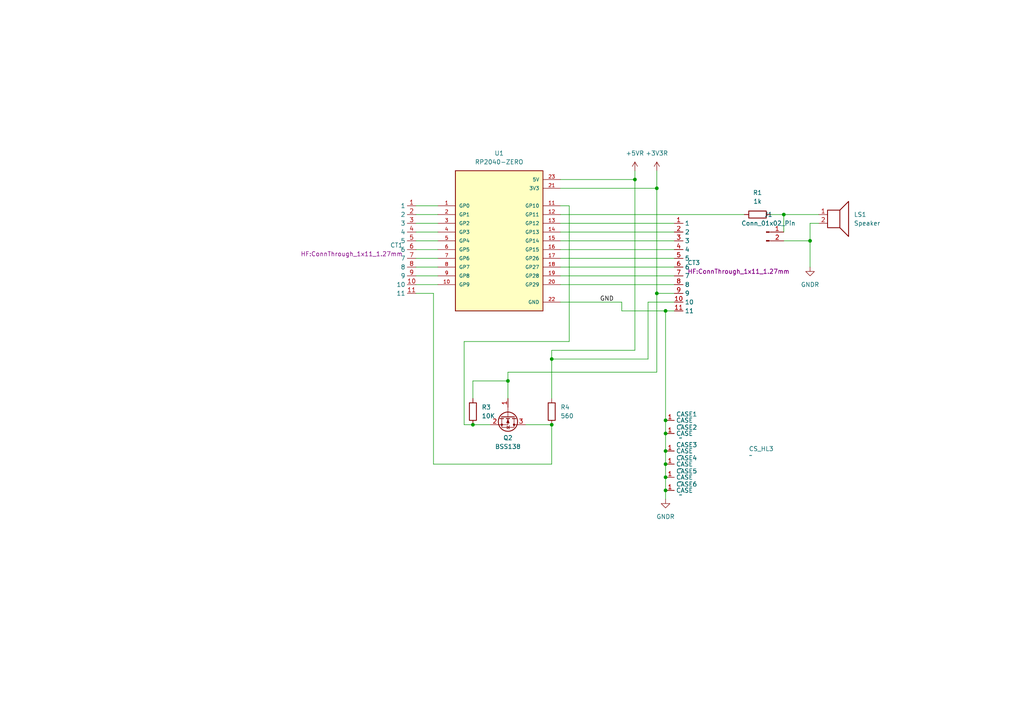
<source format=kicad_sch>
(kicad_sch
	(version 20250114)
	(generator "eeschema")
	(generator_version "9.0")
	(uuid "c1bdcb93-67c4-4fcb-9dc9-f79df2a10f2c")
	(paper "A4")
	(lib_symbols
		(symbol "Connector:Conn_01x02_Pin"
			(pin_names
				(offset 1.016)
				(hide yes)
			)
			(exclude_from_sim no)
			(in_bom yes)
			(on_board yes)
			(property "Reference" "J"
				(at 0 2.54 0)
				(effects
					(font
						(size 1.27 1.27)
					)
				)
			)
			(property "Value" "Conn_01x02_Pin"
				(at 0 -5.08 0)
				(effects
					(font
						(size 1.27 1.27)
					)
				)
			)
			(property "Footprint" ""
				(at 0 0 0)
				(effects
					(font
						(size 1.27 1.27)
					)
					(hide yes)
				)
			)
			(property "Datasheet" "~"
				(at 0 0 0)
				(effects
					(font
						(size 1.27 1.27)
					)
					(hide yes)
				)
			)
			(property "Description" "Generic connector, single row, 01x02, script generated"
				(at 0 0 0)
				(effects
					(font
						(size 1.27 1.27)
					)
					(hide yes)
				)
			)
			(property "ki_locked" ""
				(at 0 0 0)
				(effects
					(font
						(size 1.27 1.27)
					)
				)
			)
			(property "ki_keywords" "connector"
				(at 0 0 0)
				(effects
					(font
						(size 1.27 1.27)
					)
					(hide yes)
				)
			)
			(property "ki_fp_filters" "Connector*:*_1x??_*"
				(at 0 0 0)
				(effects
					(font
						(size 1.27 1.27)
					)
					(hide yes)
				)
			)
			(symbol "Conn_01x02_Pin_1_1"
				(rectangle
					(start 0.8636 0.127)
					(end 0 -0.127)
					(stroke
						(width 0.1524)
						(type default)
					)
					(fill
						(type outline)
					)
				)
				(rectangle
					(start 0.8636 -2.413)
					(end 0 -2.667)
					(stroke
						(width 0.1524)
						(type default)
					)
					(fill
						(type outline)
					)
				)
				(polyline
					(pts
						(xy 1.27 0) (xy 0.8636 0)
					)
					(stroke
						(width 0.1524)
						(type default)
					)
					(fill
						(type none)
					)
				)
				(polyline
					(pts
						(xy 1.27 -2.54) (xy 0.8636 -2.54)
					)
					(stroke
						(width 0.1524)
						(type default)
					)
					(fill
						(type none)
					)
				)
				(pin passive line
					(at 5.08 0 180)
					(length 3.81)
					(name "Pin_1"
						(effects
							(font
								(size 1.27 1.27)
							)
						)
					)
					(number "1"
						(effects
							(font
								(size 1.27 1.27)
							)
						)
					)
				)
				(pin passive line
					(at 5.08 -2.54 180)
					(length 3.81)
					(name "Pin_2"
						(effects
							(font
								(size 1.27 1.27)
							)
						)
					)
					(number "2"
						(effects
							(font
								(size 1.27 1.27)
							)
						)
					)
				)
			)
			(embedded_fonts no)
		)
		(symbol "Device:R"
			(pin_numbers
				(hide yes)
			)
			(pin_names
				(offset 0)
			)
			(exclude_from_sim no)
			(in_bom yes)
			(on_board yes)
			(property "Reference" "R"
				(at 2.032 0 90)
				(effects
					(font
						(size 1.27 1.27)
					)
				)
			)
			(property "Value" "R"
				(at 0 0 90)
				(effects
					(font
						(size 1.27 1.27)
					)
				)
			)
			(property "Footprint" ""
				(at -1.778 0 90)
				(effects
					(font
						(size 1.27 1.27)
					)
					(hide yes)
				)
			)
			(property "Datasheet" "~"
				(at 0 0 0)
				(effects
					(font
						(size 1.27 1.27)
					)
					(hide yes)
				)
			)
			(property "Description" "Resistor"
				(at 0 0 0)
				(effects
					(font
						(size 1.27 1.27)
					)
					(hide yes)
				)
			)
			(property "ki_keywords" "R res resistor"
				(at 0 0 0)
				(effects
					(font
						(size 1.27 1.27)
					)
					(hide yes)
				)
			)
			(property "ki_fp_filters" "R_*"
				(at 0 0 0)
				(effects
					(font
						(size 1.27 1.27)
					)
					(hide yes)
				)
			)
			(symbol "R_0_1"
				(rectangle
					(start -1.016 -2.54)
					(end 1.016 2.54)
					(stroke
						(width 0.254)
						(type default)
					)
					(fill
						(type none)
					)
				)
			)
			(symbol "R_1_1"
				(pin passive line
					(at 0 3.81 270)
					(length 1.27)
					(name "~"
						(effects
							(font
								(size 1.27 1.27)
							)
						)
					)
					(number "1"
						(effects
							(font
								(size 1.27 1.27)
							)
						)
					)
				)
				(pin passive line
					(at 0 -3.81 90)
					(length 1.27)
					(name "~"
						(effects
							(font
								(size 1.27 1.27)
							)
						)
					)
					(number "2"
						(effects
							(font
								(size 1.27 1.27)
							)
						)
					)
				)
			)
			(embedded_fonts no)
		)
		(symbol "Device:Speaker"
			(pin_names
				(offset 0)
				(hide yes)
			)
			(exclude_from_sim no)
			(in_bom yes)
			(on_board yes)
			(property "Reference" "LS"
				(at 1.27 5.715 0)
				(effects
					(font
						(size 1.27 1.27)
					)
					(justify right)
				)
			)
			(property "Value" "Speaker"
				(at 1.27 3.81 0)
				(effects
					(font
						(size 1.27 1.27)
					)
					(justify right)
				)
			)
			(property "Footprint" ""
				(at 0 -5.08 0)
				(effects
					(font
						(size 1.27 1.27)
					)
					(hide yes)
				)
			)
			(property "Datasheet" "~"
				(at -0.254 -1.27 0)
				(effects
					(font
						(size 1.27 1.27)
					)
					(hide yes)
				)
			)
			(property "Description" "Speaker"
				(at 0 0 0)
				(effects
					(font
						(size 1.27 1.27)
					)
					(hide yes)
				)
			)
			(property "ki_keywords" "speaker sound"
				(at 0 0 0)
				(effects
					(font
						(size 1.27 1.27)
					)
					(hide yes)
				)
			)
			(symbol "Speaker_0_0"
				(rectangle
					(start -2.54 1.27)
					(end 1.016 -3.81)
					(stroke
						(width 0.254)
						(type default)
					)
					(fill
						(type none)
					)
				)
				(polyline
					(pts
						(xy 1.016 1.27) (xy 3.556 3.81) (xy 3.556 -6.35) (xy 1.016 -3.81)
					)
					(stroke
						(width 0.254)
						(type default)
					)
					(fill
						(type none)
					)
				)
			)
			(symbol "Speaker_1_1"
				(pin input line
					(at -5.08 0 0)
					(length 2.54)
					(name "1"
						(effects
							(font
								(size 1.27 1.27)
							)
						)
					)
					(number "1"
						(effects
							(font
								(size 1.27 1.27)
							)
						)
					)
				)
				(pin input line
					(at -5.08 -2.54 0)
					(length 2.54)
					(name "2"
						(effects
							(font
								(size 1.27 1.27)
							)
						)
					)
					(number "2"
						(effects
							(font
								(size 1.27 1.27)
							)
						)
					)
				)
			)
			(embedded_fonts no)
		)
		(symbol "HF:ConThr_1x11"
			(exclude_from_sim no)
			(in_bom yes)
			(on_board yes)
			(property "Reference" "CT"
				(at 0 1.27 0)
				(effects
					(font
						(size 1.27 1.27)
					)
				)
			)
			(property "Value" ""
				(at 0 0 0)
				(effects
					(font
						(size 1.27 1.27)
					)
					(hide yes)
				)
			)
			(property "Footprint" "HF:ConnThrough_1x11_1.27mm"
				(at 0 0 0)
				(effects
					(font
						(size 1.27 1.27)
					)
				)
			)
			(property "Datasheet" ""
				(at 0 0 0)
				(effects
					(font
						(size 1.27 1.27)
					)
					(hide yes)
				)
			)
			(property "Description" ""
				(at 0 0 0)
				(effects
					(font
						(size 1.27 1.27)
					)
					(hide yes)
				)
			)
			(symbol "ConThr_1x11_1_1"
				(pin passive line
					(at -1.27 -2.54 0)
					(length 2.54)
					(name "1"
						(effects
							(font
								(size 1.27 1.27)
							)
						)
					)
					(number "1"
						(effects
							(font
								(size 1.27 1.27)
							)
						)
					)
				)
				(pin passive line
					(at -1.27 -5.08 0)
					(length 2.54)
					(name "2"
						(effects
							(font
								(size 1.27 1.27)
							)
						)
					)
					(number "2"
						(effects
							(font
								(size 1.27 1.27)
							)
						)
					)
				)
				(pin passive line
					(at -1.27 -7.62 0)
					(length 2.54)
					(name "3"
						(effects
							(font
								(size 1.27 1.27)
							)
						)
					)
					(number "3"
						(effects
							(font
								(size 1.27 1.27)
							)
						)
					)
				)
				(pin passive line
					(at -1.27 -10.16 0)
					(length 2.54)
					(name "4"
						(effects
							(font
								(size 1.27 1.27)
							)
						)
					)
					(number "4"
						(effects
							(font
								(size 1.27 1.27)
							)
						)
					)
				)
				(pin passive line
					(at -1.27 -12.7 0)
					(length 2.54)
					(name "5"
						(effects
							(font
								(size 1.27 1.27)
							)
						)
					)
					(number "5"
						(effects
							(font
								(size 1.27 1.27)
							)
						)
					)
				)
				(pin passive line
					(at -1.27 -15.24 0)
					(length 2.54)
					(name "6"
						(effects
							(font
								(size 1.27 1.27)
							)
						)
					)
					(number "6"
						(effects
							(font
								(size 1.27 1.27)
							)
						)
					)
				)
				(pin passive line
					(at -1.27 -17.78 0)
					(length 2.54)
					(name "7"
						(effects
							(font
								(size 1.27 1.27)
							)
						)
					)
					(number "7"
						(effects
							(font
								(size 1.27 1.27)
							)
						)
					)
				)
				(pin passive line
					(at -1.27 -20.32 0)
					(length 2.54)
					(name "8"
						(effects
							(font
								(size 1.27 1.27)
							)
						)
					)
					(number "8"
						(effects
							(font
								(size 1.27 1.27)
							)
						)
					)
				)
				(pin passive line
					(at -1.27 -22.86 0)
					(length 2.54)
					(name "9"
						(effects
							(font
								(size 1.27 1.27)
							)
						)
					)
					(number "9"
						(effects
							(font
								(size 1.27 1.27)
							)
						)
					)
				)
				(pin passive line
					(at -1.27 -25.4 0)
					(length 2.54)
					(name "10"
						(effects
							(font
								(size 1.27 1.27)
							)
						)
					)
					(number "10"
						(effects
							(font
								(size 1.27 1.27)
							)
						)
					)
				)
				(pin passive line
					(at -1.27 -27.94 0)
					(length 2.54)
					(name "11"
						(effects
							(font
								(size 1.27 1.27)
							)
						)
					)
					(number "11"
						(effects
							(font
								(size 1.27 1.27)
							)
						)
					)
				)
			)
			(embedded_fonts no)
		)
		(symbol "HF:gh60_case1"
			(exclude_from_sim no)
			(in_bom yes)
			(on_board yes)
			(property "Reference" "CASE1"
				(at 0 2.54 0)
				(effects
					(font
						(size 1.27 1.27)
					)
				)
			)
			(property "Value" ""
				(at 0 0 0)
				(effects
					(font
						(size 1.27 1.27)
					)
				)
			)
			(property "Footprint" "HF:gh60_hole1"
				(at 0.508 -2.032 0)
				(effects
					(font
						(size 1.27 1.27)
					)
					(hide yes)
				)
			)
			(property "Datasheet" ""
				(at 0 0 0)
				(effects
					(font
						(size 1.27 1.27)
					)
					(hide yes)
				)
			)
			(property "Description" ""
				(at 0 0 0)
				(effects
					(font
						(size 1.27 1.27)
					)
					(hide yes)
				)
			)
			(symbol "gh60_case1_1_1"
				(pin passive line
					(at 0 0 0)
					(length 2.54)
					(name "CASE"
						(effects
							(font
								(size 1.27 1.27)
							)
						)
					)
					(number "1"
						(effects
							(font
								(size 1.27 1.27)
							)
						)
					)
				)
			)
			(embedded_fonts no)
		)
		(symbol "HF:gh60_case2"
			(exclude_from_sim no)
			(in_bom yes)
			(on_board yes)
			(property "Reference" "CASE2"
				(at 5.08 2.54 0)
				(effects
					(font
						(size 1.27 1.27)
					)
				)
			)
			(property "Value" ""
				(at 5.08 1.27 0)
				(effects
					(font
						(size 1.27 1.27)
					)
				)
			)
			(property "Footprint" "HF:gh60_hole2"
				(at 5.08 1.27 0)
				(effects
					(font
						(size 1.27 1.27)
					)
					(hide yes)
				)
			)
			(property "Datasheet" ""
				(at 5.08 1.27 0)
				(effects
					(font
						(size 1.27 1.27)
					)
					(hide yes)
				)
			)
			(property "Description" ""
				(at 5.08 1.27 0)
				(effects
					(font
						(size 1.27 1.27)
					)
					(hide yes)
				)
			)
			(symbol "gh60_case2_1_1"
				(pin passive line
					(at 0 0 0)
					(length 2.54)
					(name "CASE"
						(effects
							(font
								(size 1.27 1.27)
							)
						)
					)
					(number "1"
						(effects
							(font
								(size 1.27 1.27)
							)
						)
					)
				)
			)
			(embedded_fonts no)
		)
		(symbol "HF:gh60_case2_guard"
			(exclude_from_sim no)
			(in_bom yes)
			(on_board yes)
			(property "Reference" "CS_HL2"
				(at 5.08 2.54 0)
				(effects
					(font
						(size 1.27 1.27)
					)
				)
			)
			(property "Value" ""
				(at 5.08 1.27 0)
				(effects
					(font
						(size 1.27 1.27)
					)
				)
			)
			(property "Footprint" "HF:gh60_hole2_guard"
				(at 5.08 1.27 0)
				(effects
					(font
						(size 1.27 1.27)
					)
					(hide yes)
				)
			)
			(property "Datasheet" ""
				(at 5.08 1.27 0)
				(effects
					(font
						(size 1.27 1.27)
					)
					(hide yes)
				)
			)
			(property "Description" ""
				(at 5.08 1.27 0)
				(effects
					(font
						(size 1.27 1.27)
					)
					(hide yes)
				)
			)
			(embedded_fonts no)
		)
		(symbol "RP2040-ZERO:RP2040-ZERO"
			(pin_names
				(offset 1.016)
			)
			(exclude_from_sim no)
			(in_bom yes)
			(on_board yes)
			(property "Reference" "U"
				(at -12.7 21.082 0)
				(effects
					(font
						(size 1.27 1.27)
					)
					(justify left bottom)
				)
			)
			(property "Value" "RP2040-ZERO"
				(at -12.7 -22.86 0)
				(effects
					(font
						(size 1.27 1.27)
					)
					(justify left bottom)
				)
			)
			(property "Footprint" "RP2040-ZERO:MODULE_RP2040-ZERO"
				(at 0 0 0)
				(effects
					(font
						(size 1.27 1.27)
					)
					(justify bottom)
					(hide yes)
				)
			)
			(property "Datasheet" ""
				(at 0 0 0)
				(effects
					(font
						(size 1.27 1.27)
					)
					(hide yes)
				)
			)
			(property "Description" ""
				(at 0 0 0)
				(effects
					(font
						(size 1.27 1.27)
					)
					(hide yes)
				)
			)
			(property "MF" "Waveshare Electronics"
				(at 0 0 0)
				(effects
					(font
						(size 1.27 1.27)
					)
					(justify bottom)
					(hide yes)
				)
			)
			(property "MAXIMUM_PACKAGE_HEIGHT" "5.35mm"
				(at 0 0 0)
				(effects
					(font
						(size 1.27 1.27)
					)
					(justify bottom)
					(hide yes)
				)
			)
			(property "Package" "Package"
				(at 0 0 0)
				(effects
					(font
						(size 1.27 1.27)
					)
					(justify bottom)
					(hide yes)
				)
			)
			(property "Price" "None"
				(at 0 0 0)
				(effects
					(font
						(size 1.27 1.27)
					)
					(justify bottom)
					(hide yes)
				)
			)
			(property "Check_prices" "https://www.snapeda.com/parts/RP2040-ZERO/Waveshare+Electronics/view-part/?ref=eda"
				(at 0 0 0)
				(effects
					(font
						(size 1.27 1.27)
					)
					(justify bottom)
					(hide yes)
				)
			)
			(property "STANDARD" "Manufacturer Recommendations"
				(at 0 0 0)
				(effects
					(font
						(size 1.27 1.27)
					)
					(justify bottom)
					(hide yes)
				)
			)
			(property "PARTREV" "NA"
				(at 0 0 0)
				(effects
					(font
						(size 1.27 1.27)
					)
					(justify bottom)
					(hide yes)
				)
			)
			(property "SnapEDA_Link" "https://www.snapeda.com/parts/RP2040-ZERO/Waveshare+Electronics/view-part/?ref=snap"
				(at 0 0 0)
				(effects
					(font
						(size 1.27 1.27)
					)
					(justify bottom)
					(hide yes)
				)
			)
			(property "MP" "RP2040-ZERO"
				(at 0 0 0)
				(effects
					(font
						(size 1.27 1.27)
					)
					(justify bottom)
					(hide yes)
				)
			)
			(property "Description_1" "\n                        \n                            Low-Cost, High-Performance Pico-Like MCU Board Based On Raspberry Pi Microcontroller RP2040\n                        \n"
				(at 0 0 0)
				(effects
					(font
						(size 1.27 1.27)
					)
					(justify bottom)
					(hide yes)
				)
			)
			(property "Availability" "Not in stock"
				(at 0 0 0)
				(effects
					(font
						(size 1.27 1.27)
					)
					(justify bottom)
					(hide yes)
				)
			)
			(property "MANUFACTURER" "Waveshare"
				(at 0 0 0)
				(effects
					(font
						(size 1.27 1.27)
					)
					(justify bottom)
					(hide yes)
				)
			)
			(symbol "RP2040-ZERO_0_0"
				(rectangle
					(start -12.7 -20.32)
					(end 12.7 20.32)
					(stroke
						(width 0.254)
						(type default)
					)
					(fill
						(type background)
					)
				)
				(pin bidirectional line
					(at -17.78 10.16 0)
					(length 5.08)
					(name "GP0"
						(effects
							(font
								(size 1.016 1.016)
							)
						)
					)
					(number "1"
						(effects
							(font
								(size 1.016 1.016)
							)
						)
					)
				)
				(pin bidirectional line
					(at -17.78 7.62 0)
					(length 5.08)
					(name "GP1"
						(effects
							(font
								(size 1.016 1.016)
							)
						)
					)
					(number "2"
						(effects
							(font
								(size 1.016 1.016)
							)
						)
					)
				)
				(pin bidirectional line
					(at -17.78 5.08 0)
					(length 5.08)
					(name "GP2"
						(effects
							(font
								(size 1.016 1.016)
							)
						)
					)
					(number "3"
						(effects
							(font
								(size 1.016 1.016)
							)
						)
					)
				)
				(pin bidirectional line
					(at -17.78 2.54 0)
					(length 5.08)
					(name "GP3"
						(effects
							(font
								(size 1.016 1.016)
							)
						)
					)
					(number "4"
						(effects
							(font
								(size 1.016 1.016)
							)
						)
					)
				)
				(pin bidirectional line
					(at -17.78 0 0)
					(length 5.08)
					(name "GP4"
						(effects
							(font
								(size 1.016 1.016)
							)
						)
					)
					(number "5"
						(effects
							(font
								(size 1.016 1.016)
							)
						)
					)
				)
				(pin bidirectional line
					(at -17.78 -2.54 0)
					(length 5.08)
					(name "GP5"
						(effects
							(font
								(size 1.016 1.016)
							)
						)
					)
					(number "6"
						(effects
							(font
								(size 1.016 1.016)
							)
						)
					)
				)
				(pin bidirectional line
					(at -17.78 -5.08 0)
					(length 5.08)
					(name "GP6"
						(effects
							(font
								(size 1.016 1.016)
							)
						)
					)
					(number "7"
						(effects
							(font
								(size 1.016 1.016)
							)
						)
					)
				)
				(pin bidirectional line
					(at -17.78 -7.62 0)
					(length 5.08)
					(name "GP7"
						(effects
							(font
								(size 1.016 1.016)
							)
						)
					)
					(number "8"
						(effects
							(font
								(size 1.016 1.016)
							)
						)
					)
				)
				(pin bidirectional line
					(at -17.78 -10.16 0)
					(length 5.08)
					(name "GP8"
						(effects
							(font
								(size 1.016 1.016)
							)
						)
					)
					(number "9"
						(effects
							(font
								(size 1.016 1.016)
							)
						)
					)
				)
				(pin bidirectional line
					(at -17.78 -12.7 0)
					(length 5.08)
					(name "GP9"
						(effects
							(font
								(size 1.016 1.016)
							)
						)
					)
					(number "10"
						(effects
							(font
								(size 1.016 1.016)
							)
						)
					)
				)
				(pin power_in line
					(at 17.78 17.78 180)
					(length 5.08)
					(name "5V"
						(effects
							(font
								(size 1.016 1.016)
							)
						)
					)
					(number "23"
						(effects
							(font
								(size 1.016 1.016)
							)
						)
					)
				)
				(pin power_in line
					(at 17.78 15.24 180)
					(length 5.08)
					(name "3V3"
						(effects
							(font
								(size 1.016 1.016)
							)
						)
					)
					(number "21"
						(effects
							(font
								(size 1.016 1.016)
							)
						)
					)
				)
				(pin bidirectional line
					(at 17.78 10.16 180)
					(length 5.08)
					(name "GP10"
						(effects
							(font
								(size 1.016 1.016)
							)
						)
					)
					(number "11"
						(effects
							(font
								(size 1.016 1.016)
							)
						)
					)
				)
				(pin bidirectional line
					(at 17.78 7.62 180)
					(length 5.08)
					(name "GP11"
						(effects
							(font
								(size 1.016 1.016)
							)
						)
					)
					(number "12"
						(effects
							(font
								(size 1.016 1.016)
							)
						)
					)
				)
				(pin bidirectional line
					(at 17.78 5.08 180)
					(length 5.08)
					(name "GP12"
						(effects
							(font
								(size 1.016 1.016)
							)
						)
					)
					(number "13"
						(effects
							(font
								(size 1.016 1.016)
							)
						)
					)
				)
				(pin bidirectional line
					(at 17.78 2.54 180)
					(length 5.08)
					(name "GP13"
						(effects
							(font
								(size 1.016 1.016)
							)
						)
					)
					(number "14"
						(effects
							(font
								(size 1.016 1.016)
							)
						)
					)
				)
				(pin bidirectional line
					(at 17.78 0 180)
					(length 5.08)
					(name "GP14"
						(effects
							(font
								(size 1.016 1.016)
							)
						)
					)
					(number "15"
						(effects
							(font
								(size 1.016 1.016)
							)
						)
					)
				)
				(pin bidirectional line
					(at 17.78 -2.54 180)
					(length 5.08)
					(name "GP15"
						(effects
							(font
								(size 1.016 1.016)
							)
						)
					)
					(number "16"
						(effects
							(font
								(size 1.016 1.016)
							)
						)
					)
				)
				(pin bidirectional line
					(at 17.78 -5.08 180)
					(length 5.08)
					(name "GP26"
						(effects
							(font
								(size 1.016 1.016)
							)
						)
					)
					(number "17"
						(effects
							(font
								(size 1.016 1.016)
							)
						)
					)
				)
				(pin bidirectional line
					(at 17.78 -7.62 180)
					(length 5.08)
					(name "GP27"
						(effects
							(font
								(size 1.016 1.016)
							)
						)
					)
					(number "18"
						(effects
							(font
								(size 1.016 1.016)
							)
						)
					)
				)
				(pin bidirectional line
					(at 17.78 -10.16 180)
					(length 5.08)
					(name "GP28"
						(effects
							(font
								(size 1.016 1.016)
							)
						)
					)
					(number "19"
						(effects
							(font
								(size 1.016 1.016)
							)
						)
					)
				)
				(pin bidirectional line
					(at 17.78 -12.7 180)
					(length 5.08)
					(name "GP29"
						(effects
							(font
								(size 1.016 1.016)
							)
						)
					)
					(number "20"
						(effects
							(font
								(size 1.016 1.016)
							)
						)
					)
				)
				(pin power_in line
					(at 17.78 -17.78 180)
					(length 5.08)
					(name "GND"
						(effects
							(font
								(size 1.016 1.016)
							)
						)
					)
					(number "22"
						(effects
							(font
								(size 1.016 1.016)
							)
						)
					)
				)
			)
			(embedded_fonts no)
		)
		(symbol "Transistor_FET:BSS138"
			(pin_names
				(hide yes)
			)
			(exclude_from_sim no)
			(in_bom yes)
			(on_board yes)
			(property "Reference" "Q"
				(at 5.08 1.905 0)
				(effects
					(font
						(size 1.27 1.27)
					)
					(justify left)
				)
			)
			(property "Value" "BSS138"
				(at 5.08 0 0)
				(effects
					(font
						(size 1.27 1.27)
					)
					(justify left)
				)
			)
			(property "Footprint" "Package_TO_SOT_SMD:SOT-23"
				(at 5.08 -1.905 0)
				(effects
					(font
						(size 1.27 1.27)
						(italic yes)
					)
					(justify left)
					(hide yes)
				)
			)
			(property "Datasheet" "https://www.onsemi.com/pub/Collateral/BSS138-D.PDF"
				(at 5.08 -3.81 0)
				(effects
					(font
						(size 1.27 1.27)
					)
					(justify left)
					(hide yes)
				)
			)
			(property "Description" "50V Vds, 0.22A Id, N-Channel MOSFET, SOT-23"
				(at 0 0 0)
				(effects
					(font
						(size 1.27 1.27)
					)
					(hide yes)
				)
			)
			(property "ki_keywords" "N-Channel MOSFET"
				(at 0 0 0)
				(effects
					(font
						(size 1.27 1.27)
					)
					(hide yes)
				)
			)
			(property "ki_fp_filters" "SOT?23*"
				(at 0 0 0)
				(effects
					(font
						(size 1.27 1.27)
					)
					(hide yes)
				)
			)
			(symbol "BSS138_0_1"
				(polyline
					(pts
						(xy 0.254 1.905) (xy 0.254 -1.905)
					)
					(stroke
						(width 0.254)
						(type default)
					)
					(fill
						(type none)
					)
				)
				(polyline
					(pts
						(xy 0.254 0) (xy -2.54 0)
					)
					(stroke
						(width 0)
						(type default)
					)
					(fill
						(type none)
					)
				)
				(polyline
					(pts
						(xy 0.762 2.286) (xy 0.762 1.27)
					)
					(stroke
						(width 0.254)
						(type default)
					)
					(fill
						(type none)
					)
				)
				(polyline
					(pts
						(xy 0.762 0.508) (xy 0.762 -0.508)
					)
					(stroke
						(width 0.254)
						(type default)
					)
					(fill
						(type none)
					)
				)
				(polyline
					(pts
						(xy 0.762 -1.27) (xy 0.762 -2.286)
					)
					(stroke
						(width 0.254)
						(type default)
					)
					(fill
						(type none)
					)
				)
				(polyline
					(pts
						(xy 0.762 -1.778) (xy 3.302 -1.778) (xy 3.302 1.778) (xy 0.762 1.778)
					)
					(stroke
						(width 0)
						(type default)
					)
					(fill
						(type none)
					)
				)
				(polyline
					(pts
						(xy 1.016 0) (xy 2.032 0.381) (xy 2.032 -0.381) (xy 1.016 0)
					)
					(stroke
						(width 0)
						(type default)
					)
					(fill
						(type outline)
					)
				)
				(circle
					(center 1.651 0)
					(radius 2.794)
					(stroke
						(width 0.254)
						(type default)
					)
					(fill
						(type none)
					)
				)
				(polyline
					(pts
						(xy 2.54 2.54) (xy 2.54 1.778)
					)
					(stroke
						(width 0)
						(type default)
					)
					(fill
						(type none)
					)
				)
				(circle
					(center 2.54 1.778)
					(radius 0.254)
					(stroke
						(width 0)
						(type default)
					)
					(fill
						(type outline)
					)
				)
				(circle
					(center 2.54 -1.778)
					(radius 0.254)
					(stroke
						(width 0)
						(type default)
					)
					(fill
						(type outline)
					)
				)
				(polyline
					(pts
						(xy 2.54 -2.54) (xy 2.54 0) (xy 0.762 0)
					)
					(stroke
						(width 0)
						(type default)
					)
					(fill
						(type none)
					)
				)
				(polyline
					(pts
						(xy 2.794 0.508) (xy 2.921 0.381) (xy 3.683 0.381) (xy 3.81 0.254)
					)
					(stroke
						(width 0)
						(type default)
					)
					(fill
						(type none)
					)
				)
				(polyline
					(pts
						(xy 3.302 0.381) (xy 2.921 -0.254) (xy 3.683 -0.254) (xy 3.302 0.381)
					)
					(stroke
						(width 0)
						(type default)
					)
					(fill
						(type none)
					)
				)
			)
			(symbol "BSS138_1_1"
				(pin input line
					(at -5.08 0 0)
					(length 2.54)
					(name "G"
						(effects
							(font
								(size 1.27 1.27)
							)
						)
					)
					(number "1"
						(effects
							(font
								(size 1.27 1.27)
							)
						)
					)
				)
				(pin passive line
					(at 2.54 5.08 270)
					(length 2.54)
					(name "D"
						(effects
							(font
								(size 1.27 1.27)
							)
						)
					)
					(number "3"
						(effects
							(font
								(size 1.27 1.27)
							)
						)
					)
				)
				(pin passive line
					(at 2.54 -5.08 90)
					(length 2.54)
					(name "S"
						(effects
							(font
								(size 1.27 1.27)
							)
						)
					)
					(number "2"
						(effects
							(font
								(size 1.27 1.27)
							)
						)
					)
				)
			)
			(embedded_fonts no)
		)
		(symbol "kbd:+3V3R"
			(power)
			(pin_names
				(offset 0)
			)
			(exclude_from_sim no)
			(in_bom yes)
			(on_board yes)
			(property "Reference" "#PWR"
				(at 0 -3.81 0)
				(effects
					(font
						(size 1.27 1.27)
					)
					(hide yes)
				)
			)
			(property "Value" "+3V3R"
				(at 0 3.556 0)
				(effects
					(font
						(size 1.27 1.27)
					)
				)
			)
			(property "Footprint" ""
				(at 0 0 0)
				(effects
					(font
						(size 1.27 1.27)
					)
					(hide yes)
				)
			)
			(property "Datasheet" ""
				(at 0 0 0)
				(effects
					(font
						(size 1.27 1.27)
					)
					(hide yes)
				)
			)
			(property "Description" "Power symbol creates a global label with name \"+3V3\""
				(at 0 0 0)
				(effects
					(font
						(size 1.27 1.27)
					)
					(hide yes)
				)
			)
			(property "ki_keywords" "global power"
				(at 0 0 0)
				(effects
					(font
						(size 1.27 1.27)
					)
					(hide yes)
				)
			)
			(symbol "+3V3R_0_1"
				(polyline
					(pts
						(xy -0.762 1.27) (xy 0 2.54)
					)
					(stroke
						(width 0)
						(type default)
					)
					(fill
						(type none)
					)
				)
				(polyline
					(pts
						(xy 0 2.54) (xy 0.762 1.27)
					)
					(stroke
						(width 0)
						(type default)
					)
					(fill
						(type none)
					)
				)
				(polyline
					(pts
						(xy 0 0) (xy 0 2.54)
					)
					(stroke
						(width 0)
						(type default)
					)
					(fill
						(type none)
					)
				)
			)
			(symbol "+3V3R_1_1"
				(pin power_in line
					(at 0 0 90)
					(length 0)
					(hide yes)
					(name "+3V3R"
						(effects
							(font
								(size 1.27 1.27)
							)
						)
					)
					(number "1"
						(effects
							(font
								(size 1.27 1.27)
							)
						)
					)
				)
			)
			(embedded_fonts no)
		)
		(symbol "kbd:+5VR"
			(power)
			(pin_names
				(offset 0)
			)
			(exclude_from_sim no)
			(in_bom yes)
			(on_board yes)
			(property "Reference" "#PWR"
				(at 0 -3.81 0)
				(effects
					(font
						(size 1.27 1.27)
					)
					(hide yes)
				)
			)
			(property "Value" "+5VR"
				(at 0 3.556 0)
				(effects
					(font
						(size 1.27 1.27)
					)
				)
			)
			(property "Footprint" ""
				(at 0 0 0)
				(effects
					(font
						(size 1.27 1.27)
					)
					(hide yes)
				)
			)
			(property "Datasheet" ""
				(at 0 0 0)
				(effects
					(font
						(size 1.27 1.27)
					)
					(hide yes)
				)
			)
			(property "Description" "Power symbol creates a global label with name \"+5V\""
				(at 0 0 0)
				(effects
					(font
						(size 1.27 1.27)
					)
					(hide yes)
				)
			)
			(property "ki_keywords" "global power"
				(at 0 0 0)
				(effects
					(font
						(size 1.27 1.27)
					)
					(hide yes)
				)
			)
			(symbol "+5VR_0_1"
				(polyline
					(pts
						(xy -0.762 1.27) (xy 0 2.54)
					)
					(stroke
						(width 0)
						(type default)
					)
					(fill
						(type none)
					)
				)
				(polyline
					(pts
						(xy 0 2.54) (xy 0.762 1.27)
					)
					(stroke
						(width 0)
						(type default)
					)
					(fill
						(type none)
					)
				)
				(polyline
					(pts
						(xy 0 0) (xy 0 2.54)
					)
					(stroke
						(width 0)
						(type default)
					)
					(fill
						(type none)
					)
				)
			)
			(symbol "+5VR_1_1"
				(pin power_in line
					(at 0 0 90)
					(length 0)
					(hide yes)
					(name "+5VR"
						(effects
							(font
								(size 1.27 1.27)
							)
						)
					)
					(number "1"
						(effects
							(font
								(size 1.27 1.27)
							)
						)
					)
				)
			)
			(embedded_fonts no)
		)
		(symbol "kbd:GNDR"
			(power)
			(pin_names
				(offset 0)
			)
			(exclude_from_sim no)
			(in_bom yes)
			(on_board yes)
			(property "Reference" "#PWR"
				(at 0 -6.35 0)
				(effects
					(font
						(size 1.27 1.27)
					)
					(hide yes)
				)
			)
			(property "Value" "GNDR"
				(at 0 -3.81 0)
				(effects
					(font
						(size 1.27 1.27)
					)
				)
			)
			(property "Footprint" ""
				(at 0 0 0)
				(effects
					(font
						(size 1.27 1.27)
					)
					(hide yes)
				)
			)
			(property "Datasheet" ""
				(at 0 0 0)
				(effects
					(font
						(size 1.27 1.27)
					)
					(hide yes)
				)
			)
			(property "Description" "Power symbol creates a global label with name \"GND\" , ground"
				(at 0 0 0)
				(effects
					(font
						(size 1.27 1.27)
					)
					(hide yes)
				)
			)
			(property "ki_keywords" "global power"
				(at 0 0 0)
				(effects
					(font
						(size 1.27 1.27)
					)
					(hide yes)
				)
			)
			(symbol "GNDR_0_1"
				(polyline
					(pts
						(xy 0 0) (xy 0 -1.27) (xy 1.27 -1.27) (xy 0 -2.54) (xy -1.27 -1.27) (xy 0 -1.27)
					)
					(stroke
						(width 0)
						(type default)
					)
					(fill
						(type none)
					)
				)
			)
			(symbol "GNDR_1_1"
				(pin power_in line
					(at 0 0 270)
					(length 0)
					(hide yes)
					(name "GNDR"
						(effects
							(font
								(size 1.27 1.27)
							)
						)
					)
					(number "1"
						(effects
							(font
								(size 1.27 1.27)
							)
						)
					)
				)
			)
			(embedded_fonts no)
		)
	)
	(junction
		(at 193.04 130.81)
		(diameter 0)
		(color 0 0 0 0)
		(uuid "06b3245b-63e6-4c29-8f78-e4b6a82110c1")
	)
	(junction
		(at 184.15 52.07)
		(diameter 0)
		(color 0 0 0 0)
		(uuid "1789b964-f532-4d52-a21d-e681e4c96e35")
	)
	(junction
		(at 160.02 104.14)
		(diameter 0)
		(color 0 0 0 0)
		(uuid "1d680f1d-6bce-40b0-acc3-3951a7c00923")
	)
	(junction
		(at 137.16 123.19)
		(diameter 0)
		(color 0 0 0 0)
		(uuid "36dff33f-1645-4d13-917f-76fa4f001c6d")
	)
	(junction
		(at 234.95 69.85)
		(diameter 0)
		(color 0 0 0 0)
		(uuid "533b1a92-57b9-487c-8f24-7ef5b121446a")
	)
	(junction
		(at 190.5 85.09)
		(diameter 0)
		(color 0 0 0 0)
		(uuid "57e5378e-0fc0-41ac-a7ad-7617e4f88be5")
	)
	(junction
		(at 193.04 134.62)
		(diameter 0)
		(color 0 0 0 0)
		(uuid "6b902894-ef62-4474-b328-d72425921ad9")
	)
	(junction
		(at 193.04 121.92)
		(diameter 0)
		(color 0 0 0 0)
		(uuid "736b8bd8-ce3f-42ee-95c3-e3be38e00ccf")
	)
	(junction
		(at 190.5 54.61)
		(diameter 0)
		(color 0 0 0 0)
		(uuid "83fac855-edf2-4337-badf-81139374d001")
	)
	(junction
		(at 193.04 138.43)
		(diameter 0)
		(color 0 0 0 0)
		(uuid "86d09aa0-caf6-4968-b662-d4d4ac5cd42a")
	)
	(junction
		(at 193.04 90.17)
		(diameter 0)
		(color 0 0 0 0)
		(uuid "8853029d-d3b8-4063-ba21-ec6802b3c8e9")
	)
	(junction
		(at 147.32 110.49)
		(diameter 0)
		(color 0 0 0 0)
		(uuid "bab59e22-4cdb-4650-bc80-6a149f90b637")
	)
	(junction
		(at 193.04 125.73)
		(diameter 0)
		(color 0 0 0 0)
		(uuid "c63ce09c-74bb-436d-8ff6-1e6dcf136256")
	)
	(junction
		(at 227.33 62.23)
		(diameter 0)
		(color 0 0 0 0)
		(uuid "d56c9deb-b510-437b-8320-3f94345be079")
	)
	(junction
		(at 193.04 142.24)
		(diameter 0)
		(color 0 0 0 0)
		(uuid "db53f884-ceb3-4ebc-bc80-4b3604061862")
	)
	(junction
		(at 160.02 123.19)
		(diameter 0)
		(color 0 0 0 0)
		(uuid "e1a1c250-66ff-4947-8238-a361cfff1c60")
	)
	(wire
		(pts
			(xy 147.32 110.49) (xy 147.32 115.57)
		)
		(stroke
			(width 0)
			(type default)
		)
		(uuid "05972377-7d43-4aff-b874-b2f5759a47ff")
	)
	(wire
		(pts
			(xy 162.56 72.39) (xy 195.58 72.39)
		)
		(stroke
			(width 0)
			(type default)
		)
		(uuid "06f39338-e492-4ada-b941-17dbd6e2a29a")
	)
	(wire
		(pts
			(xy 180.34 87.63) (xy 180.34 90.17)
		)
		(stroke
			(width 0)
			(type default)
		)
		(uuid "0a9c6f9d-7713-4808-824a-d24d176a9e3b")
	)
	(wire
		(pts
			(xy 162.56 59.69) (xy 165.1 59.69)
		)
		(stroke
			(width 0)
			(type default)
		)
		(uuid "0f41f476-9dc2-43ac-b16f-63a949925c90")
	)
	(wire
		(pts
			(xy 190.5 85.09) (xy 190.5 54.61)
		)
		(stroke
			(width 0)
			(type default)
		)
		(uuid "107a26a0-50b0-4997-b6a8-cca0045a1135")
	)
	(wire
		(pts
			(xy 162.56 74.93) (xy 195.58 74.93)
		)
		(stroke
			(width 0)
			(type default)
		)
		(uuid "1304106d-2339-43bb-975f-aa41ad4031f4")
	)
	(wire
		(pts
			(xy 193.04 130.81) (xy 193.04 134.62)
		)
		(stroke
			(width 0)
			(type default)
		)
		(uuid "14a07fff-93c4-4915-8b8a-9476f244ee7b")
	)
	(wire
		(pts
			(xy 134.62 99.06) (xy 134.62 123.19)
		)
		(stroke
			(width 0)
			(type default)
		)
		(uuid "15864252-6d1e-446c-9b5f-0f2f1be8b3ec")
	)
	(wire
		(pts
			(xy 193.04 125.73) (xy 193.04 130.81)
		)
		(stroke
			(width 0)
			(type default)
		)
		(uuid "16021c8b-5272-4b03-863d-93d57dee363d")
	)
	(wire
		(pts
			(xy 162.56 82.55) (xy 195.58 82.55)
		)
		(stroke
			(width 0)
			(type default)
		)
		(uuid "162a4dfa-edf3-4d34-b4c5-1bee5aa49a93")
	)
	(wire
		(pts
			(xy 227.33 69.85) (xy 234.95 69.85)
		)
		(stroke
			(width 0)
			(type default)
		)
		(uuid "204a29c4-f808-4304-a468-7e217c50c32b")
	)
	(wire
		(pts
			(xy 162.56 69.85) (xy 195.58 69.85)
		)
		(stroke
			(width 0)
			(type default)
		)
		(uuid "22fd1ed5-eed9-418b-b511-5074ddaad01a")
	)
	(wire
		(pts
			(xy 137.16 110.49) (xy 137.16 115.57)
		)
		(stroke
			(width 0)
			(type default)
		)
		(uuid "249e5e62-44cf-42b8-a201-8d21f4b664d0")
	)
	(wire
		(pts
			(xy 134.62 123.19) (xy 137.16 123.19)
		)
		(stroke
			(width 0)
			(type default)
		)
		(uuid "2542eb8f-4b01-4264-b375-41f98c0ac20f")
	)
	(wire
		(pts
			(xy 147.32 107.95) (xy 190.5 107.95)
		)
		(stroke
			(width 0)
			(type default)
		)
		(uuid "267e6854-4249-4b28-b1a6-587f8e3bae41")
	)
	(wire
		(pts
			(xy 227.33 62.23) (xy 237.49 62.23)
		)
		(stroke
			(width 0)
			(type default)
		)
		(uuid "27cb9747-1130-4f32-ad7b-bfafaedfaeb3")
	)
	(wire
		(pts
			(xy 234.95 77.47) (xy 234.95 69.85)
		)
		(stroke
			(width 0)
			(type default)
		)
		(uuid "2b8f29e5-702e-4a29-bf82-f506c9f0859a")
	)
	(wire
		(pts
			(xy 193.04 90.17) (xy 180.34 90.17)
		)
		(stroke
			(width 0)
			(type default)
		)
		(uuid "312d15ca-9054-4dc4-aea8-1c3abfcada0b")
	)
	(wire
		(pts
			(xy 137.16 110.49) (xy 147.32 110.49)
		)
		(stroke
			(width 0)
			(type default)
		)
		(uuid "32787d24-29e5-4572-94e4-37adcdf665e0")
	)
	(wire
		(pts
			(xy 223.52 62.23) (xy 227.33 62.23)
		)
		(stroke
			(width 0)
			(type default)
		)
		(uuid "3ddafce6-9e8c-4fea-a251-f8c00ee4ee45")
	)
	(wire
		(pts
			(xy 162.56 80.01) (xy 195.58 80.01)
		)
		(stroke
			(width 0)
			(type default)
		)
		(uuid "42cd0069-23a3-4b3a-9871-0be465363cd9")
	)
	(wire
		(pts
			(xy 160.02 104.14) (xy 187.96 104.14)
		)
		(stroke
			(width 0)
			(type default)
		)
		(uuid "439019bf-6151-425b-a9fd-d82347ab8007")
	)
	(wire
		(pts
			(xy 193.04 144.78) (xy 193.04 142.24)
		)
		(stroke
			(width 0)
			(type default)
		)
		(uuid "4699b553-e4f0-46f5-bdfa-24b847b2001d")
	)
	(wire
		(pts
			(xy 120.65 82.55) (xy 127 82.55)
		)
		(stroke
			(width 0)
			(type default)
		)
		(uuid "48880afc-cf9f-478c-b204-f99039b05359")
	)
	(wire
		(pts
			(xy 193.04 134.62) (xy 193.04 138.43)
		)
		(stroke
			(width 0)
			(type default)
		)
		(uuid "489d8c3a-31a5-49b3-8763-8d2b2a3d37e4")
	)
	(wire
		(pts
			(xy 190.5 54.61) (xy 190.5 49.53)
		)
		(stroke
			(width 0)
			(type default)
		)
		(uuid "609d68ac-cec5-47a0-9ae5-710cc252b8bc")
	)
	(wire
		(pts
			(xy 187.96 87.63) (xy 187.96 104.14)
		)
		(stroke
			(width 0)
			(type default)
		)
		(uuid "61b08c57-93a4-47e8-b3dd-6dafb709f280")
	)
	(wire
		(pts
			(xy 152.4 123.19) (xy 160.02 123.19)
		)
		(stroke
			(width 0)
			(type default)
		)
		(uuid "63728bf7-e918-4aa6-a268-4ee412b12f5c")
	)
	(wire
		(pts
			(xy 234.95 69.85) (xy 234.95 64.77)
		)
		(stroke
			(width 0)
			(type default)
		)
		(uuid "6504cc6b-43df-42b2-9fcc-973226629515")
	)
	(wire
		(pts
			(xy 162.56 54.61) (xy 190.5 54.61)
		)
		(stroke
			(width 0)
			(type default)
		)
		(uuid "689dc81b-fc01-43b1-bcd6-0361d4e00e6d")
	)
	(wire
		(pts
			(xy 160.02 101.6) (xy 184.15 101.6)
		)
		(stroke
			(width 0)
			(type default)
		)
		(uuid "79de9867-722f-48f1-95a3-e83943c8763e")
	)
	(wire
		(pts
			(xy 120.65 67.31) (xy 127 67.31)
		)
		(stroke
			(width 0)
			(type default)
		)
		(uuid "7af050f7-5e9c-423c-b842-e2ca9dfaf4ff")
	)
	(wire
		(pts
			(xy 125.73 85.09) (xy 120.65 85.09)
		)
		(stroke
			(width 0)
			(type default)
		)
		(uuid "7d64374a-972d-44d2-9572-7599c8783888")
	)
	(wire
		(pts
			(xy 162.56 87.63) (xy 180.34 87.63)
		)
		(stroke
			(width 0)
			(type default)
		)
		(uuid "7f9d0e31-b43b-489a-9161-a037417797e3")
	)
	(wire
		(pts
			(xy 190.5 107.95) (xy 190.5 85.09)
		)
		(stroke
			(width 0)
			(type default)
		)
		(uuid "80a1d8e7-0bb1-43d5-b9b6-06f6bb6dc4a3")
	)
	(wire
		(pts
			(xy 162.56 64.77) (xy 195.58 64.77)
		)
		(stroke
			(width 0)
			(type default)
		)
		(uuid "85b1554a-e00e-471d-8c2c-882371d09c89")
	)
	(wire
		(pts
			(xy 165.1 99.06) (xy 134.62 99.06)
		)
		(stroke
			(width 0)
			(type default)
		)
		(uuid "861e57ea-98e3-424f-ac9d-e00e97f108cd")
	)
	(wire
		(pts
			(xy 162.56 62.23) (xy 215.9 62.23)
		)
		(stroke
			(width 0)
			(type default)
		)
		(uuid "8dc53270-adaa-475f-b614-be06c000f7c9")
	)
	(wire
		(pts
			(xy 137.16 123.19) (xy 142.24 123.19)
		)
		(stroke
			(width 0)
			(type default)
		)
		(uuid "9292a588-aa80-497c-9957-1384998624c1")
	)
	(wire
		(pts
			(xy 120.65 59.69) (xy 127 59.69)
		)
		(stroke
			(width 0)
			(type default)
		)
		(uuid "93beebf6-f64a-4d74-bdfc-c6a021b6017e")
	)
	(wire
		(pts
			(xy 184.15 49.53) (xy 184.15 52.07)
		)
		(stroke
			(width 0)
			(type default)
		)
		(uuid "9509e6ed-a565-43d1-abfa-4d0c42d55b64")
	)
	(wire
		(pts
			(xy 125.73 85.09) (xy 125.73 134.62)
		)
		(stroke
			(width 0)
			(type default)
		)
		(uuid "96e5bbde-cfc9-4a5e-bbe9-53c57b81c140")
	)
	(wire
		(pts
			(xy 120.65 80.01) (xy 127 80.01)
		)
		(stroke
			(width 0)
			(type default)
		)
		(uuid "9c6ae00b-3026-41af-8f51-2e4e07807a41")
	)
	(wire
		(pts
			(xy 227.33 62.23) (xy 227.33 67.31)
		)
		(stroke
			(width 0)
			(type default)
		)
		(uuid "a88504c8-b6b8-49fe-8a30-5ea51e0daf00")
	)
	(wire
		(pts
			(xy 234.95 64.77) (xy 237.49 64.77)
		)
		(stroke
			(width 0)
			(type default)
		)
		(uuid "ab276f2f-5a84-4819-962f-95c8473a1485")
	)
	(wire
		(pts
			(xy 147.32 107.95) (xy 147.32 110.49)
		)
		(stroke
			(width 0)
			(type default)
		)
		(uuid "aed34c1c-fd45-4ad5-bad8-2cbd92295a03")
	)
	(wire
		(pts
			(xy 195.58 85.09) (xy 190.5 85.09)
		)
		(stroke
			(width 0)
			(type default)
		)
		(uuid "aff379b2-8814-41a2-ac73-256c77fa7c0a")
	)
	(wire
		(pts
			(xy 195.58 87.63) (xy 187.96 87.63)
		)
		(stroke
			(width 0)
			(type default)
		)
		(uuid "b611dcd0-b885-418b-88d8-6dfe1790c0c1")
	)
	(wire
		(pts
			(xy 193.04 121.92) (xy 193.04 125.73)
		)
		(stroke
			(width 0)
			(type default)
		)
		(uuid "b8a0b36c-fe7e-4265-9530-8311d6e5a741")
	)
	(wire
		(pts
			(xy 125.73 134.62) (xy 160.02 134.62)
		)
		(stroke
			(width 0)
			(type default)
		)
		(uuid "ba96bbe2-f062-4182-9845-1c2843ad5487")
	)
	(wire
		(pts
			(xy 160.02 104.14) (xy 160.02 115.57)
		)
		(stroke
			(width 0)
			(type default)
		)
		(uuid "c019449c-4862-4842-be8c-b1f92a77ec1d")
	)
	(wire
		(pts
			(xy 160.02 134.62) (xy 160.02 123.19)
		)
		(stroke
			(width 0)
			(type default)
		)
		(uuid "c1ad78cb-d7a1-4157-b675-2cc5b66f6fbc")
	)
	(wire
		(pts
			(xy 193.04 90.17) (xy 193.04 121.92)
		)
		(stroke
			(width 0)
			(type default)
		)
		(uuid "c7769df3-a2e1-4c92-8979-3a99be9ed5f1")
	)
	(wire
		(pts
			(xy 193.04 90.17) (xy 195.58 90.17)
		)
		(stroke
			(width 0)
			(type default)
		)
		(uuid "c80c4d7d-2273-441b-a926-189c7813979e")
	)
	(wire
		(pts
			(xy 162.56 77.47) (xy 195.58 77.47)
		)
		(stroke
			(width 0)
			(type default)
		)
		(uuid "c86e12df-a42e-4447-a0b3-41e69380e86c")
	)
	(wire
		(pts
			(xy 184.15 101.6) (xy 184.15 52.07)
		)
		(stroke
			(width 0)
			(type default)
		)
		(uuid "c977574e-08fb-4d5b-8b44-17b4602f36f9")
	)
	(wire
		(pts
			(xy 120.65 74.93) (xy 127 74.93)
		)
		(stroke
			(width 0)
			(type default)
		)
		(uuid "d51a57df-2bc4-43e3-b7cd-91c1137a2eac")
	)
	(wire
		(pts
			(xy 162.56 52.07) (xy 184.15 52.07)
		)
		(stroke
			(width 0)
			(type default)
		)
		(uuid "d754a72c-5db5-402e-aaf8-f96de6e6a690")
	)
	(wire
		(pts
			(xy 120.65 62.23) (xy 127 62.23)
		)
		(stroke
			(width 0)
			(type default)
		)
		(uuid "daa4aafa-5b96-41f5-afa8-f3ff083154d5")
	)
	(wire
		(pts
			(xy 165.1 59.69) (xy 165.1 99.06)
		)
		(stroke
			(width 0)
			(type default)
		)
		(uuid "de1f1a03-037f-4c6f-ac3b-a9bab17f0835")
	)
	(wire
		(pts
			(xy 120.65 77.47) (xy 127 77.47)
		)
		(stroke
			(width 0)
			(type default)
		)
		(uuid "de2126b2-e850-449a-86b3-c6200fb1925e")
	)
	(wire
		(pts
			(xy 193.04 138.43) (xy 193.04 142.24)
		)
		(stroke
			(width 0)
			(type default)
		)
		(uuid "f3b22ca0-afb2-44fd-a655-01c3caa5cfce")
	)
	(wire
		(pts
			(xy 120.65 69.85) (xy 127 69.85)
		)
		(stroke
			(width 0)
			(type default)
		)
		(uuid "f519bac0-6f51-4d92-b0ec-e0153dba29e5")
	)
	(wire
		(pts
			(xy 120.65 72.39) (xy 127 72.39)
		)
		(stroke
			(width 0)
			(type default)
		)
		(uuid "f6353404-93e1-41b3-8fd2-793cba935add")
	)
	(wire
		(pts
			(xy 162.56 67.31) (xy 195.58 67.31)
		)
		(stroke
			(width 0)
			(type default)
		)
		(uuid "f733f111-a474-464e-8c67-4231ed05c218")
	)
	(wire
		(pts
			(xy 120.65 64.77) (xy 127 64.77)
		)
		(stroke
			(width 0)
			(type default)
		)
		(uuid "ff3c685e-d55c-4021-b01a-2c3d354d19db")
	)
	(wire
		(pts
			(xy 160.02 101.6) (xy 160.02 104.14)
		)
		(stroke
			(width 0)
			(type default)
		)
		(uuid "ff9f163b-1272-4fbc-9736-63d829ac09b7")
	)
	(label "GND"
		(at 173.99 87.63 0)
		(effects
			(font
				(size 1.27 1.27)
			)
			(justify left bottom)
		)
		(uuid "c832b9dc-39e5-4f03-bd6d-b4e185991b74")
	)
	(symbol
		(lib_id "Transistor_FET:BSS138")
		(at 147.32 120.65 270)
		(unit 1)
		(exclude_from_sim no)
		(in_bom yes)
		(on_board yes)
		(dnp no)
		(fields_autoplaced yes)
		(uuid "054b05b2-0516-4b55-a591-6ac5efa7bf15")
		(property "Reference" "Q2"
			(at 147.32 127 90)
			(effects
				(font
					(size 1.27 1.27)
				)
			)
		)
		(property "Value" "BSS138"
			(at 147.32 129.54 90)
			(effects
				(font
					(size 1.27 1.27)
				)
			)
		)
		(property "Footprint" "Package_TO_SOT_SMD:SOT-23"
			(at 145.415 125.73 0)
			(effects
				(font
					(size 1.27 1.27)
					(italic yes)
				)
				(justify left)
				(hide yes)
			)
		)
		(property "Datasheet" "https://www.onsemi.com/pub/Collateral/BSS138-D.PDF"
			(at 143.51 125.73 0)
			(effects
				(font
					(size 1.27 1.27)
				)
				(justify left)
				(hide yes)
			)
		)
		(property "Description" "50V Vds, 0.22A Id, N-Channel MOSFET, SOT-23"
			(at 147.32 120.65 0)
			(effects
				(font
					(size 1.27 1.27)
				)
				(hide yes)
			)
		)
		(pin "3"
			(uuid "35486adc-8c05-4275-9aef-3e5d632cd484")
		)
		(pin "1"
			(uuid "2f5e6f61-f9fd-4bea-a0bd-2bbfd566addf")
		)
		(pin "2"
			(uuid "242765f6-107e-4d63-a35a-575bc6ffbdbe")
		)
		(instances
			(project "cpu_board"
				(path "/c1bdcb93-67c4-4fcb-9dc9-f79df2a10f2c"
					(reference "Q2")
					(unit 1)
				)
			)
		)
	)
	(symbol
		(lib_id "RP2040-ZERO:RP2040-ZERO")
		(at 144.78 69.85 0)
		(unit 1)
		(exclude_from_sim no)
		(in_bom yes)
		(on_board yes)
		(dnp no)
		(fields_autoplaced yes)
		(uuid "06a11cb5-425c-4e17-bd00-052908ef7c68")
		(property "Reference" "U1"
			(at 144.78 44.45 0)
			(effects
				(font
					(size 1.27 1.27)
				)
			)
		)
		(property "Value" "RP2040-ZERO"
			(at 144.78 46.99 0)
			(effects
				(font
					(size 1.27 1.27)
				)
			)
		)
		(property "Footprint" "HF:MODULE_RP2040-ZERO"
			(at 144.78 69.85 0)
			(effects
				(font
					(size 1.27 1.27)
				)
				(justify bottom)
				(hide yes)
			)
		)
		(property "Datasheet" ""
			(at 144.78 69.85 0)
			(effects
				(font
					(size 1.27 1.27)
				)
				(hide yes)
			)
		)
		(property "Description" ""
			(at 144.78 69.85 0)
			(effects
				(font
					(size 1.27 1.27)
				)
				(hide yes)
			)
		)
		(property "MF" "Waveshare Electronics"
			(at 144.78 69.85 0)
			(effects
				(font
					(size 1.27 1.27)
				)
				(justify bottom)
				(hide yes)
			)
		)
		(property "MAXIMUM_PACKAGE_HEIGHT" "5.35mm"
			(at 144.78 69.85 0)
			(effects
				(font
					(size 1.27 1.27)
				)
				(justify bottom)
				(hide yes)
			)
		)
		(property "Package" "Package"
			(at 144.78 69.85 0)
			(effects
				(font
					(size 1.27 1.27)
				)
				(justify bottom)
				(hide yes)
			)
		)
		(property "Price" "None"
			(at 144.78 69.85 0)
			(effects
				(font
					(size 1.27 1.27)
				)
				(justify bottom)
				(hide yes)
			)
		)
		(property "Check_prices" "https://www.snapeda.com/parts/RP2040-ZERO/Waveshare+Electronics/view-part/?ref=eda"
			(at 144.78 69.85 0)
			(effects
				(font
					(size 1.27 1.27)
				)
				(justify bottom)
				(hide yes)
			)
		)
		(property "STANDARD" "Manufacturer Recommendations"
			(at 144.78 69.85 0)
			(effects
				(font
					(size 1.27 1.27)
				)
				(justify bottom)
				(hide yes)
			)
		)
		(property "PARTREV" "NA"
			(at 144.78 69.85 0)
			(effects
				(font
					(size 1.27 1.27)
				)
				(justify bottom)
				(hide yes)
			)
		)
		(property "SnapEDA_Link" "https://www.snapeda.com/parts/RP2040-ZERO/Waveshare+Electronics/view-part/?ref=snap"
			(at 144.78 69.85 0)
			(effects
				(font
					(size 1.27 1.27)
				)
				(justify bottom)
				(hide yes)
			)
		)
		(property "MP" "RP2040-ZERO"
			(at 144.78 69.85 0)
			(effects
				(font
					(size 1.27 1.27)
				)
				(justify bottom)
				(hide yes)
			)
		)
		(property "Description_1" "\n                        \n                            Low-Cost, High-Performance Pico-Like MCU Board Based On Raspberry Pi Microcontroller RP2040\n                        \n"
			(at 144.78 69.85 0)
			(effects
				(font
					(size 1.27 1.27)
				)
				(justify bottom)
				(hide yes)
			)
		)
		(property "Availability" "Not in stock"
			(at 144.78 69.85 0)
			(effects
				(font
					(size 1.27 1.27)
				)
				(justify bottom)
				(hide yes)
			)
		)
		(property "MANUFACTURER" "Waveshare"
			(at 144.78 69.85 0)
			(effects
				(font
					(size 1.27 1.27)
				)
				(justify bottom)
				(hide yes)
			)
		)
		(pin "22"
			(uuid "e7dc4669-3c8a-48e6-a2a7-fe5a3f57b4f9")
		)
		(pin "5"
			(uuid "7892fc3b-d1ac-4382-a133-66cfacff2834")
		)
		(pin "8"
			(uuid "3f6ad15b-5033-437f-bc26-c04f0ed25f85")
		)
		(pin "9"
			(uuid "0fc84dbd-91e0-4656-814b-7523e78ce1c8")
		)
		(pin "12"
			(uuid "f1ebeb0e-88ed-4afb-bf56-23ebfe6549e6")
		)
		(pin "14"
			(uuid "0a0eca81-72e7-4f4b-834d-861ccbb26e85")
		)
		(pin "15"
			(uuid "2195bf3e-49d1-4c6b-937d-c4fb552ebd2c")
		)
		(pin "13"
			(uuid "559b14a6-609a-4f52-8869-0beb214ea64c")
		)
		(pin "11"
			(uuid "e906e6b5-c370-47ee-ac30-9ce5160b89ae")
		)
		(pin "16"
			(uuid "b6f15afc-e2cd-4131-9d66-679734fe26ed")
		)
		(pin "18"
			(uuid "f28597ca-e417-40be-ac4a-732287c21313")
		)
		(pin "10"
			(uuid "382b1337-264f-40ce-9da3-c1609622eb19")
		)
		(pin "20"
			(uuid "575ef2cc-87c8-43e1-b8d1-2497c5f34d64")
		)
		(pin "21"
			(uuid "cc73a919-f1fe-4891-9c96-a8f2cd4f5926")
		)
		(pin "23"
			(uuid "7b54c541-5d3b-437f-aedc-cb2629808dcb")
		)
		(pin "3"
			(uuid "c7ed2d88-c0ce-40aa-ac0f-ed362b8fd75a")
		)
		(pin "19"
			(uuid "40d1bf51-8646-4107-8106-bfb6cb40898f")
		)
		(pin "7"
			(uuid "40111333-de0f-4418-a070-67c64429a9c6")
		)
		(pin "1"
			(uuid "e503ab60-ad5f-4f4d-a804-070d757cc5bc")
		)
		(pin "17"
			(uuid "eb40d313-2cd3-492c-8c67-3ad60570647b")
		)
		(pin "2"
			(uuid "89edb585-474d-434c-8bb9-e68fdacd5e88")
		)
		(pin "4"
			(uuid "864fd4e1-ea3e-4570-82c1-48126e1339a3")
		)
		(pin "6"
			(uuid "1031915a-6125-46c9-9f05-21dab1e73d5c")
		)
		(instances
			(project ""
				(path "/c1bdcb93-67c4-4fcb-9dc9-f79df2a10f2c"
					(reference "U1")
					(unit 1)
				)
			)
		)
	)
	(symbol
		(lib_id "kbd:+5VR")
		(at 184.15 49.53 0)
		(unit 1)
		(exclude_from_sim no)
		(in_bom yes)
		(on_board yes)
		(dnp no)
		(fields_autoplaced yes)
		(uuid "11a9000e-a636-4b77-b1e6-44051d55b6d9")
		(property "Reference" "#PWR03"
			(at 184.15 53.34 0)
			(effects
				(font
					(size 1.27 1.27)
				)
				(hide yes)
			)
		)
		(property "Value" "+5VR"
			(at 184.15 44.45 0)
			(effects
				(font
					(size 1.27 1.27)
				)
			)
		)
		(property "Footprint" ""
			(at 184.15 49.53 0)
			(effects
				(font
					(size 1.27 1.27)
				)
				(hide yes)
			)
		)
		(property "Datasheet" ""
			(at 184.15 49.53 0)
			(effects
				(font
					(size 1.27 1.27)
				)
				(hide yes)
			)
		)
		(property "Description" "Power symbol creates a global label with name \"+5V\""
			(at 184.15 49.53 0)
			(effects
				(font
					(size 1.27 1.27)
				)
				(hide yes)
			)
		)
		(pin "1"
			(uuid "fa4e589d-8a90-40b6-95a6-47c901a76393")
		)
		(instances
			(project ""
				(path "/c1bdcb93-67c4-4fcb-9dc9-f79df2a10f2c"
					(reference "#PWR03")
					(unit 1)
				)
			)
		)
	)
	(symbol
		(lib_id "HF:gh60_case2")
		(at 193.04 142.24 0)
		(unit 1)
		(exclude_from_sim no)
		(in_bom yes)
		(on_board yes)
		(dnp no)
		(uuid "1ccdd834-9976-4474-9fbb-4e0ff3090414")
		(property "Reference" "CASE6"
			(at 196.088 140.462 0)
			(effects
				(font
					(size 1.27 1.27)
				)
				(justify left)
			)
		)
		(property "Value" "~"
			(at 196.85 143.51 0)
			(effects
				(font
					(size 1.27 1.27)
				)
				(justify left)
			)
		)
		(property "Footprint" "HF:gh60_hole2"
			(at 198.12 140.97 0)
			(effects
				(font
					(size 1.27 1.27)
				)
				(hide yes)
			)
		)
		(property "Datasheet" ""
			(at 198.12 140.97 0)
			(effects
				(font
					(size 1.27 1.27)
				)
				(hide yes)
			)
		)
		(property "Description" ""
			(at 198.12 140.97 0)
			(effects
				(font
					(size 1.27 1.27)
				)
				(hide yes)
			)
		)
		(pin "1"
			(uuid "b25e2221-030f-459c-a7c5-f02261306a2a")
		)
		(instances
			(project "cqa02303_simple_keyboard"
				(path "/c1bdcb93-67c4-4fcb-9dc9-f79df2a10f2c"
					(reference "CASE6")
					(unit 1)
				)
			)
		)
	)
	(symbol
		(lib_id "HF:gh60_case1")
		(at 193.04 125.73 0)
		(unit 1)
		(exclude_from_sim no)
		(in_bom yes)
		(on_board yes)
		(dnp no)
		(uuid "238da1a1-b82c-4066-afbe-c33a78415c3d")
		(property "Reference" "CASE2"
			(at 196.088 123.952 0)
			(effects
				(font
					(size 1.27 1.27)
				)
				(justify left)
			)
		)
		(property "Value" "~"
			(at 196.85 127 0)
			(effects
				(font
					(size 1.27 1.27)
				)
				(justify left)
			)
		)
		(property "Footprint" "HF:gh60_hole1"
			(at 193.548 127.762 0)
			(effects
				(font
					(size 1.27 1.27)
				)
				(hide yes)
			)
		)
		(property "Datasheet" ""
			(at 193.04 125.73 0)
			(effects
				(font
					(size 1.27 1.27)
				)
				(hide yes)
			)
		)
		(property "Description" ""
			(at 193.04 125.73 0)
			(effects
				(font
					(size 1.27 1.27)
				)
				(hide yes)
			)
		)
		(pin "1"
			(uuid "ab6a8c42-7a84-4a04-b4d5-6333bc13e364")
		)
		(instances
			(project ""
				(path "/c1bdcb93-67c4-4fcb-9dc9-f79df2a10f2c"
					(reference "CASE2")
					(unit 1)
				)
			)
		)
	)
	(symbol
		(lib_id "Device:Speaker")
		(at 242.57 62.23 0)
		(unit 1)
		(exclude_from_sim no)
		(in_bom yes)
		(on_board yes)
		(dnp no)
		(fields_autoplaced yes)
		(uuid "24027110-e4c0-419f-ba12-3f86b56d0fb2")
		(property "Reference" "LS1"
			(at 247.65 62.2299 0)
			(effects
				(font
					(size 1.27 1.27)
				)
				(justify left)
			)
		)
		(property "Value" "Speaker"
			(at 247.65 64.7699 0)
			(effects
				(font
					(size 1.27 1.27)
				)
				(justify left)
			)
		)
		(property "Footprint" "Buzzer_Beeper:Buzzer_Murata_PKLCS1212E"
			(at 242.57 67.31 0)
			(effects
				(font
					(size 1.27 1.27)
				)
				(hide yes)
			)
		)
		(property "Datasheet" "~"
			(at 242.316 63.5 0)
			(effects
				(font
					(size 1.27 1.27)
				)
				(hide yes)
			)
		)
		(property "Description" "Speaker"
			(at 242.57 62.23 0)
			(effects
				(font
					(size 1.27 1.27)
				)
				(hide yes)
			)
		)
		(pin "1"
			(uuid "3a6baa6b-4679-406a-b8f2-d3299a7ab7f4")
		)
		(pin "2"
			(uuid "0e4b4d02-a07a-4496-b71a-b50da924085c")
		)
		(instances
			(project ""
				(path "/c1bdcb93-67c4-4fcb-9dc9-f79df2a10f2c"
					(reference "LS1")
					(unit 1)
				)
			)
		)
	)
	(symbol
		(lib_id "HF:gh60_case2_guard")
		(at 215.9 130.81 0)
		(unit 1)
		(exclude_from_sim no)
		(in_bom yes)
		(on_board yes)
		(dnp no)
		(fields_autoplaced yes)
		(uuid "2d1eac43-ff52-4e79-b454-7b8094075691")
		(property "Reference" "CS_HL3"
			(at 217.17 130.1749 0)
			(effects
				(font
					(size 1.27 1.27)
				)
				(justify left)
			)
		)
		(property "Value" "~"
			(at 217.17 132.08 0)
			(effects
				(font
					(size 1.27 1.27)
				)
				(justify left)
			)
		)
		(property "Footprint" "HF:gh60_cpu_guard"
			(at 220.98 129.54 0)
			(effects
				(font
					(size 1.27 1.27)
				)
				(hide yes)
			)
		)
		(property "Datasheet" ""
			(at 220.98 129.54 0)
			(effects
				(font
					(size 1.27 1.27)
				)
				(hide yes)
			)
		)
		(property "Description" ""
			(at 220.98 129.54 0)
			(effects
				(font
					(size 1.27 1.27)
				)
				(hide yes)
			)
		)
		(instances
			(project ""
				(path "/c1bdcb93-67c4-4fcb-9dc9-f79df2a10f2c"
					(reference "CS_HL3")
					(unit 1)
				)
			)
		)
	)
	(symbol
		(lib_id "HF:gh60_case2")
		(at 193.04 134.62 0)
		(unit 1)
		(exclude_from_sim no)
		(in_bom yes)
		(on_board yes)
		(dnp no)
		(uuid "30aeb8f6-1245-4ced-a686-9cb55e8a275e")
		(property "Reference" "CASE4"
			(at 196.088 132.842 0)
			(effects
				(font
					(size 1.27 1.27)
				)
				(justify left)
			)
		)
		(property "Value" "~"
			(at 196.85 135.89 0)
			(effects
				(font
					(size 1.27 1.27)
				)
				(justify left)
			)
		)
		(property "Footprint" "HF:gh60_hole2"
			(at 198.12 133.35 0)
			(effects
				(font
					(size 1.27 1.27)
				)
				(hide yes)
			)
		)
		(property "Datasheet" ""
			(at 198.12 133.35 0)
			(effects
				(font
					(size 1.27 1.27)
				)
				(hide yes)
			)
		)
		(property "Description" ""
			(at 198.12 133.35 0)
			(effects
				(font
					(size 1.27 1.27)
				)
				(hide yes)
			)
		)
		(pin "1"
			(uuid "46270187-8fff-47d0-9c25-29ee9fabb713")
		)
		(instances
			(project "cqa02303_keyboard"
				(path "/c1bdcb93-67c4-4fcb-9dc9-f79df2a10f2c"
					(reference "CASE4")
					(unit 1)
				)
			)
		)
	)
	(symbol
		(lib_id "Device:R")
		(at 219.71 62.23 90)
		(unit 1)
		(exclude_from_sim no)
		(in_bom yes)
		(on_board yes)
		(dnp no)
		(fields_autoplaced yes)
		(uuid "3ffdeb6e-f8ae-478b-a234-27dc9b767165")
		(property "Reference" "R1"
			(at 219.71 55.88 90)
			(effects
				(font
					(size 1.27 1.27)
				)
			)
		)
		(property "Value" "1k"
			(at 219.71 58.42 90)
			(effects
				(font
					(size 1.27 1.27)
				)
			)
		)
		(property "Footprint" "Resistor_SMD:R_0805_2012Metric"
			(at 219.71 64.008 90)
			(effects
				(font
					(size 1.27 1.27)
				)
				(hide yes)
			)
		)
		(property "Datasheet" "~"
			(at 219.71 62.23 0)
			(effects
				(font
					(size 1.27 1.27)
				)
				(hide yes)
			)
		)
		(property "Description" "Resistor"
			(at 219.71 62.23 0)
			(effects
				(font
					(size 1.27 1.27)
				)
				(hide yes)
			)
		)
		(pin "1"
			(uuid "3a5c111e-89b6-4f61-b79a-090f5703108c")
		)
		(pin "2"
			(uuid "27339266-b7c6-4eb4-ae01-b1af6e8d43a7")
		)
		(instances
			(project ""
				(path "/c1bdcb93-67c4-4fcb-9dc9-f79df2a10f2c"
					(reference "R1")
					(unit 1)
				)
			)
		)
	)
	(symbol
		(lib_id "kbd:GNDR")
		(at 193.04 144.78 0)
		(unit 1)
		(exclude_from_sim no)
		(in_bom yes)
		(on_board yes)
		(dnp no)
		(fields_autoplaced yes)
		(uuid "402c635a-e608-489b-a16e-d6d3a79a220d")
		(property "Reference" "#PWR04"
			(at 193.04 151.13 0)
			(effects
				(font
					(size 1.27 1.27)
				)
				(hide yes)
			)
		)
		(property "Value" "GNDR"
			(at 193.04 149.86 0)
			(effects
				(font
					(size 1.27 1.27)
				)
			)
		)
		(property "Footprint" ""
			(at 193.04 144.78 0)
			(effects
				(font
					(size 1.27 1.27)
				)
				(hide yes)
			)
		)
		(property "Datasheet" ""
			(at 193.04 144.78 0)
			(effects
				(font
					(size 1.27 1.27)
				)
				(hide yes)
			)
		)
		(property "Description" "Power symbol creates a global label with name \"GND\" , ground"
			(at 193.04 144.78 0)
			(effects
				(font
					(size 1.27 1.27)
				)
				(hide yes)
			)
		)
		(pin "1"
			(uuid "f3c23d1d-5bc7-4365-98e5-7c3ea270fc10")
		)
		(instances
			(project ""
				(path "/c1bdcb93-67c4-4fcb-9dc9-f79df2a10f2c"
					(reference "#PWR04")
					(unit 1)
				)
			)
		)
	)
	(symbol
		(lib_id "Device:R")
		(at 160.02 119.38 0)
		(unit 1)
		(exclude_from_sim no)
		(in_bom yes)
		(on_board yes)
		(dnp no)
		(fields_autoplaced yes)
		(uuid "6a91733f-0bcf-4aa4-9968-0217a6c1ee13")
		(property "Reference" "R4"
			(at 162.56 118.1099 0)
			(effects
				(font
					(size 1.27 1.27)
				)
				(justify left)
			)
		)
		(property "Value" "560"
			(at 162.56 120.6499 0)
			(effects
				(font
					(size 1.27 1.27)
				)
				(justify left)
			)
		)
		(property "Footprint" "Resistor_SMD:R_0805_2012Metric_Pad1.20x1.40mm_HandSolder"
			(at 158.242 119.38 90)
			(effects
				(font
					(size 1.27 1.27)
				)
				(hide yes)
			)
		)
		(property "Datasheet" "~"
			(at 160.02 119.38 0)
			(effects
				(font
					(size 1.27 1.27)
				)
				(hide yes)
			)
		)
		(property "Description" "Resistor"
			(at 160.02 119.38 0)
			(effects
				(font
					(size 1.27 1.27)
				)
				(hide yes)
			)
		)
		(pin "1"
			(uuid "d6584786-237c-42bc-8822-5516f0b1b16c")
		)
		(pin "2"
			(uuid "ba1edfb9-c6f5-4990-b193-d0013d67f338")
		)
		(instances
			(project "cpu_board"
				(path "/c1bdcb93-67c4-4fcb-9dc9-f79df2a10f2c"
					(reference "R4")
					(unit 1)
				)
			)
		)
	)
	(symbol
		(lib_id "HF:ConThr_1x11")
		(at 196.85 62.23 0)
		(unit 1)
		(exclude_from_sim no)
		(in_bom yes)
		(on_board yes)
		(dnp no)
		(fields_autoplaced yes)
		(uuid "8c988387-89c3-43a8-8b27-c5f25795cfa0")
		(property "Reference" "CT3"
			(at 199.39 76.1999 0)
			(effects
				(font
					(size 1.27 1.27)
				)
				(justify left)
			)
		)
		(property "Value" "~"
			(at 196.85 62.23 0)
			(effects
				(font
					(size 1.27 1.27)
				)
				(hide yes)
			)
		)
		(property "Footprint" "HF:ConnThrough_1x11_1.27mm"
			(at 199.39 78.7399 0)
			(effects
				(font
					(size 1.27 1.27)
				)
				(justify left)
			)
		)
		(property "Datasheet" ""
			(at 196.85 62.23 0)
			(effects
				(font
					(size 1.27 1.27)
				)
				(hide yes)
			)
		)
		(property "Description" ""
			(at 196.85 62.23 0)
			(effects
				(font
					(size 1.27 1.27)
				)
				(hide yes)
			)
		)
		(pin "1"
			(uuid "36bed2b8-3809-4875-bb5f-20de61620be1")
		)
		(pin "3"
			(uuid "b87fbd7c-5097-4bfb-af52-48d9ea7b436d")
		)
		(pin "2"
			(uuid "e42aeb0c-7ae3-4b0f-a7dd-5d9101f999e9")
		)
		(pin "8"
			(uuid "284745e9-83a5-4095-af93-2735e73e3b7d")
		)
		(pin "7"
			(uuid "28f92ba0-3de8-4e2a-ab51-aae4e173aa56")
		)
		(pin "9"
			(uuid "60ed7787-a8d4-4818-ba5a-0afb374103db")
		)
		(pin "5"
			(uuid "3840870e-5793-4036-af98-eb93fab6853c")
		)
		(pin "11"
			(uuid "aea587fe-d66c-48dc-9dea-257813b8a5e8")
		)
		(pin "4"
			(uuid "823ed2de-328d-4826-93b4-458e14c64214")
		)
		(pin "6"
			(uuid "4212f39a-e24a-4254-983b-10a045563b71")
		)
		(pin "10"
			(uuid "e1bc6157-7b6a-4dcb-b9ce-34dc86a0b978")
		)
		(instances
			(project ""
				(path "/c1bdcb93-67c4-4fcb-9dc9-f79df2a10f2c"
					(reference "CT3")
					(unit 1)
				)
			)
		)
	)
	(symbol
		(lib_id "Device:R")
		(at 137.16 119.38 0)
		(unit 1)
		(exclude_from_sim no)
		(in_bom yes)
		(on_board yes)
		(dnp no)
		(fields_autoplaced yes)
		(uuid "9b2e8c8b-3921-4f15-83e4-ff176f0980a1")
		(property "Reference" "R3"
			(at 139.7 118.1099 0)
			(effects
				(font
					(size 1.27 1.27)
				)
				(justify left)
			)
		)
		(property "Value" "10K"
			(at 139.7 120.6499 0)
			(effects
				(font
					(size 1.27 1.27)
				)
				(justify left)
			)
		)
		(property "Footprint" "Resistor_SMD:R_0805_2012Metric_Pad1.20x1.40mm_HandSolder"
			(at 135.382 119.38 90)
			(effects
				(font
					(size 1.27 1.27)
				)
				(hide yes)
			)
		)
		(property "Datasheet" "~"
			(at 137.16 119.38 0)
			(effects
				(font
					(size 1.27 1.27)
				)
				(hide yes)
			)
		)
		(property "Description" "Resistor"
			(at 137.16 119.38 0)
			(effects
				(font
					(size 1.27 1.27)
				)
				(hide yes)
			)
		)
		(pin "1"
			(uuid "1ba1716c-7f8d-427b-8441-5c63c69f2827")
		)
		(pin "2"
			(uuid "2cc14784-3fe1-4c37-8ad1-bcd03dcd9b96")
		)
		(instances
			(project "cpu_board"
				(path "/c1bdcb93-67c4-4fcb-9dc9-f79df2a10f2c"
					(reference "R3")
					(unit 1)
				)
			)
		)
	)
	(symbol
		(lib_id "HF:gh60_case2")
		(at 193.04 130.81 0)
		(unit 1)
		(exclude_from_sim no)
		(in_bom yes)
		(on_board yes)
		(dnp no)
		(uuid "a8b4ed8b-eb02-486b-8e70-69133875c667")
		(property "Reference" "CASE3"
			(at 196.088 129.032 0)
			(effects
				(font
					(size 1.27 1.27)
				)
				(justify left)
			)
		)
		(property "Value" "~"
			(at 196.85 132.08 0)
			(effects
				(font
					(size 1.27 1.27)
				)
				(justify left)
			)
		)
		(property "Footprint" "HF:gh60_hole2"
			(at 198.12 129.54 0)
			(effects
				(font
					(size 1.27 1.27)
				)
				(hide yes)
			)
		)
		(property "Datasheet" ""
			(at 198.12 129.54 0)
			(effects
				(font
					(size 1.27 1.27)
				)
				(hide yes)
			)
		)
		(property "Description" ""
			(at 198.12 129.54 0)
			(effects
				(font
					(size 1.27 1.27)
				)
				(hide yes)
			)
		)
		(pin "1"
			(uuid "3616bac6-856a-4e76-92d8-b16a5e2bbb64")
		)
		(instances
			(project ""
				(path "/c1bdcb93-67c4-4fcb-9dc9-f79df2a10f2c"
					(reference "CASE3")
					(unit 1)
				)
			)
		)
	)
	(symbol
		(lib_id "kbd:GNDR")
		(at 234.95 77.47 0)
		(unit 1)
		(exclude_from_sim no)
		(in_bom yes)
		(on_board yes)
		(dnp no)
		(fields_autoplaced yes)
		(uuid "b14c313d-f199-4b89-9150-7e3fa2deb90d")
		(property "Reference" "#PWR06"
			(at 234.95 83.82 0)
			(effects
				(font
					(size 1.27 1.27)
				)
				(hide yes)
			)
		)
		(property "Value" "GNDR"
			(at 234.95 82.55 0)
			(effects
				(font
					(size 1.27 1.27)
				)
			)
		)
		(property "Footprint" ""
			(at 234.95 77.47 0)
			(effects
				(font
					(size 1.27 1.27)
				)
				(hide yes)
			)
		)
		(property "Datasheet" ""
			(at 234.95 77.47 0)
			(effects
				(font
					(size 1.27 1.27)
				)
				(hide yes)
			)
		)
		(property "Description" "Power symbol creates a global label with name \"GND\" , ground"
			(at 234.95 77.47 0)
			(effects
				(font
					(size 1.27 1.27)
				)
				(hide yes)
			)
		)
		(pin "1"
			(uuid "9cab0c93-3dda-4a2e-b749-fd5119fbba8f")
		)
		(instances
			(project "cpu_board"
				(path "/c1bdcb93-67c4-4fcb-9dc9-f79df2a10f2c"
					(reference "#PWR06")
					(unit 1)
				)
			)
		)
	)
	(symbol
		(lib_id "HF:gh60_case1")
		(at 193.04 121.92 0)
		(unit 1)
		(exclude_from_sim no)
		(in_bom yes)
		(on_board yes)
		(dnp no)
		(uuid "b18d27e3-0550-454d-9dc8-a672e5c106c1")
		(property "Reference" "CASE1"
			(at 196.088 120.142 0)
			(effects
				(font
					(size 1.27 1.27)
				)
				(justify left)
			)
		)
		(property "Value" "~"
			(at 196.85 123.19 0)
			(effects
				(font
					(size 1.27 1.27)
				)
				(justify left)
			)
		)
		(property "Footprint" "HF:gh60_hole1"
			(at 193.548 123.952 0)
			(effects
				(font
					(size 1.27 1.27)
				)
				(hide yes)
			)
		)
		(property "Datasheet" ""
			(at 193.04 121.92 0)
			(effects
				(font
					(size 1.27 1.27)
				)
				(hide yes)
			)
		)
		(property "Description" ""
			(at 193.04 121.92 0)
			(effects
				(font
					(size 1.27 1.27)
				)
				(hide yes)
			)
		)
		(pin "1"
			(uuid "06a212c2-c665-42c0-a795-1b6dddf9f54e")
		)
		(instances
			(project ""
				(path "/c1bdcb93-67c4-4fcb-9dc9-f79df2a10f2c"
					(reference "CASE1")
					(unit 1)
				)
			)
		)
	)
	(symbol
		(lib_id "kbd:+3V3R")
		(at 190.5 49.53 0)
		(unit 1)
		(exclude_from_sim no)
		(in_bom yes)
		(on_board yes)
		(dnp no)
		(fields_autoplaced yes)
		(uuid "b41751be-be66-4df6-92a7-65c27cded441")
		(property "Reference" "#PWR05"
			(at 190.5 53.34 0)
			(effects
				(font
					(size 1.27 1.27)
				)
				(hide yes)
			)
		)
		(property "Value" "+3V3R"
			(at 190.5 44.45 0)
			(effects
				(font
					(size 1.27 1.27)
				)
			)
		)
		(property "Footprint" ""
			(at 190.5 49.53 0)
			(effects
				(font
					(size 1.27 1.27)
				)
				(hide yes)
			)
		)
		(property "Datasheet" ""
			(at 190.5 49.53 0)
			(effects
				(font
					(size 1.27 1.27)
				)
				(hide yes)
			)
		)
		(property "Description" "Power symbol creates a global label with name \"+3V3\""
			(at 190.5 49.53 0)
			(effects
				(font
					(size 1.27 1.27)
				)
				(hide yes)
			)
		)
		(pin "1"
			(uuid "cbe2711f-c5ba-4e9f-a5f9-744e037ac882")
		)
		(instances
			(project ""
				(path "/c1bdcb93-67c4-4fcb-9dc9-f79df2a10f2c"
					(reference "#PWR05")
					(unit 1)
				)
			)
		)
	)
	(symbol
		(lib_id "HF:gh60_case2")
		(at 193.04 138.43 0)
		(unit 1)
		(exclude_from_sim no)
		(in_bom yes)
		(on_board yes)
		(dnp no)
		(uuid "baea8b85-eac5-432e-b915-5aed17bf2568")
		(property "Reference" "CASE5"
			(at 196.088 136.652 0)
			(effects
				(font
					(size 1.27 1.27)
				)
				(justify left)
			)
		)
		(property "Value" "~"
			(at 196.85 139.7 0)
			(effects
				(font
					(size 1.27 1.27)
				)
				(justify left)
			)
		)
		(property "Footprint" "HF:gh60_hole2"
			(at 198.12 137.16 0)
			(effects
				(font
					(size 1.27 1.27)
				)
				(hide yes)
			)
		)
		(property "Datasheet" ""
			(at 198.12 137.16 0)
			(effects
				(font
					(size 1.27 1.27)
				)
				(hide yes)
			)
		)
		(property "Description" ""
			(at 198.12 137.16 0)
			(effects
				(font
					(size 1.27 1.27)
				)
				(hide yes)
			)
		)
		(pin "1"
			(uuid "3d0391d0-261e-4f3d-8087-78950abf30b9")
		)
		(instances
			(project "cqa02303_keyboard"
				(path "/c1bdcb93-67c4-4fcb-9dc9-f79df2a10f2c"
					(reference "CASE5")
					(unit 1)
				)
			)
		)
	)
	(symbol
		(lib_id "HF:ConThr_1x11")
		(at 119.38 57.15 0)
		(mirror y)
		(unit 1)
		(exclude_from_sim no)
		(in_bom yes)
		(on_board yes)
		(dnp no)
		(uuid "c423a5bb-92d4-4479-af65-067395b1be58")
		(property "Reference" "CT1"
			(at 116.84 71.1199 0)
			(effects
				(font
					(size 1.27 1.27)
				)
				(justify left)
			)
		)
		(property "Value" "~"
			(at 119.38 57.15 0)
			(effects
				(font
					(size 1.27 1.27)
				)
				(hide yes)
			)
		)
		(property "Footprint" "HF:ConnThrough_1x11_1.27mm"
			(at 116.84 73.6599 0)
			(effects
				(font
					(size 1.27 1.27)
				)
				(justify left)
			)
		)
		(property "Datasheet" ""
			(at 119.38 57.15 0)
			(effects
				(font
					(size 1.27 1.27)
				)
				(hide yes)
			)
		)
		(property "Description" ""
			(at 119.38 57.15 0)
			(effects
				(font
					(size 1.27 1.27)
				)
				(hide yes)
			)
		)
		(pin "3"
			(uuid "22660dc7-ee29-4363-a307-ea38a6fb84c5")
		)
		(pin "5"
			(uuid "7a8b9336-b9d9-4142-8114-f1e4355ec97e")
		)
		(pin "1"
			(uuid "811d5067-d8d6-40f9-b177-dc0d47ef7b36")
		)
		(pin "2"
			(uuid "812b101c-4a1b-4c51-bb15-02c921d884cf")
		)
		(pin "4"
			(uuid "8e83badf-64fb-4399-9482-17a052f5fb0e")
		)
		(pin "9"
			(uuid "af66ccd4-bcba-4bab-8392-58cd3fee6792")
		)
		(pin "7"
			(uuid "4eb0e874-fbe9-4960-a286-3cc62f2bfd55")
		)
		(pin "11"
			(uuid "3b2e9db7-a071-4660-9c83-51a67457520f")
		)
		(pin "10"
			(uuid "637f8e5b-07de-4bc6-8771-4541170b0e54")
		)
		(pin "8"
			(uuid "ba3d0f89-c00a-4360-90e8-e82928a8238b")
		)
		(pin "6"
			(uuid "ba80fde4-7b5a-4344-91d8-5f52d58e4ce2")
		)
		(instances
			(project ""
				(path "/c1bdcb93-67c4-4fcb-9dc9-f79df2a10f2c"
					(reference "CT1")
					(unit 1)
				)
			)
		)
	)
	(symbol
		(lib_id "Connector:Conn_01x02_Pin")
		(at 222.25 67.31 0)
		(unit 1)
		(exclude_from_sim no)
		(in_bom yes)
		(on_board yes)
		(dnp no)
		(fields_autoplaced yes)
		(uuid "fef6ffcb-a1da-4c6c-8635-1f74390ec0af")
		(property "Reference" "J1"
			(at 222.885 62.23 0)
			(effects
				(font
					(size 1.27 1.27)
				)
			)
		)
		(property "Value" "Conn_01x02_Pin"
			(at 222.885 64.77 0)
			(effects
				(font
					(size 1.27 1.27)
				)
			)
		)
		(property "Footprint" "Connector_PinHeader_2.54mm:PinHeader_1x02_P2.54mm_Vertical"
			(at 222.25 67.31 0)
			(effects
				(font
					(size 1.27 1.27)
				)
				(hide yes)
			)
		)
		(property "Datasheet" "~"
			(at 222.25 67.31 0)
			(effects
				(font
					(size 1.27 1.27)
				)
				(hide yes)
			)
		)
		(property "Description" "Generic connector, single row, 01x02, script generated"
			(at 222.25 67.31 0)
			(effects
				(font
					(size 1.27 1.27)
				)
				(hide yes)
			)
		)
		(pin "2"
			(uuid "49dca781-cc10-40ea-848c-c732a6174efc")
		)
		(pin "1"
			(uuid "b7347aec-a932-4232-be2d-a04c8d466157")
		)
		(instances
			(project ""
				(path "/c1bdcb93-67c4-4fcb-9dc9-f79df2a10f2c"
					(reference "J1")
					(unit 1)
				)
			)
		)
	)
	(sheet_instances
		(path "/"
			(page "1")
		)
	)
	(embedded_fonts no)
)

</source>
